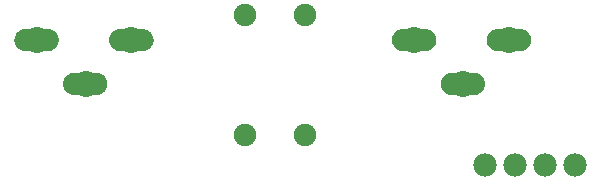
<source format=gbl>
G04 MADE WITH FRITZING*
G04 WWW.FRITZING.ORG*
G04 DOUBLE SIDED*
G04 HOLES PLATED*
G04 CONTOUR ON CENTER OF CONTOUR VECTOR*
%ASAXBY*%
%FSLAX23Y23*%
%MOIN*%
%OFA0B0*%
%SFA1.0B1.0*%
%ADD10C,0.075000*%
%ADD11C,0.078000*%
%ADD12C,0.087244*%
%ADD13R,0.001000X0.001000*%
%LNCOPPER0*%
G90*
G70*
G54D10*
X1010Y574D03*
X1010Y174D03*
X810Y574D03*
X810Y174D03*
G54D11*
X1910Y74D03*
X1810Y74D03*
X1710Y74D03*
X1610Y74D03*
G54D12*
X1689Y490D03*
X430Y490D03*
X1535Y343D03*
X277Y343D03*
X1373Y490D03*
X114Y490D03*
G54D13*
X72Y527D02*
X155Y527D01*
X388Y527D02*
X471Y527D01*
X1330Y527D02*
X1414Y527D01*
X1646Y527D02*
X1730Y527D01*
X67Y526D02*
X160Y526D01*
X383Y526D02*
X476Y526D01*
X1326Y526D02*
X1419Y526D01*
X1641Y526D02*
X1734Y526D01*
X64Y525D02*
X163Y525D01*
X380Y525D02*
X479Y525D01*
X1323Y525D02*
X1422Y525D01*
X1638Y525D02*
X1738Y525D01*
X62Y524D02*
X166Y524D01*
X378Y524D02*
X481Y524D01*
X1320Y524D02*
X1424Y524D01*
X1636Y524D02*
X1740Y524D01*
X60Y523D02*
X168Y523D01*
X375Y523D02*
X483Y523D01*
X1318Y523D02*
X1426Y523D01*
X1634Y523D02*
X1742Y523D01*
X58Y522D02*
X169Y522D01*
X374Y522D02*
X485Y522D01*
X1316Y522D02*
X1428Y522D01*
X1632Y522D02*
X1744Y522D01*
X56Y521D02*
X171Y521D01*
X372Y521D02*
X487Y521D01*
X1315Y521D02*
X1429Y521D01*
X1631Y521D02*
X1745Y521D01*
X55Y520D02*
X172Y520D01*
X371Y520D02*
X488Y520D01*
X1313Y520D02*
X1431Y520D01*
X1629Y520D02*
X1747Y520D01*
X54Y519D02*
X174Y519D01*
X369Y519D02*
X489Y519D01*
X1312Y519D02*
X1432Y519D01*
X1628Y519D02*
X1748Y519D01*
X52Y518D02*
X175Y518D01*
X368Y518D02*
X491Y518D01*
X1311Y518D02*
X1433Y518D01*
X1627Y518D02*
X1749Y518D01*
X51Y517D02*
X176Y517D01*
X367Y517D02*
X492Y517D01*
X1310Y517D02*
X1434Y517D01*
X1626Y517D02*
X1750Y517D01*
X50Y516D02*
X177Y516D01*
X366Y516D02*
X493Y516D01*
X1309Y516D02*
X1435Y516D01*
X1625Y516D02*
X1751Y516D01*
X49Y515D02*
X178Y515D01*
X365Y515D02*
X494Y515D01*
X1308Y515D02*
X1436Y515D01*
X1624Y515D02*
X1752Y515D01*
X49Y514D02*
X179Y514D01*
X364Y514D02*
X494Y514D01*
X1307Y514D02*
X1437Y514D01*
X1623Y514D02*
X1753Y514D01*
X48Y513D02*
X179Y513D01*
X364Y513D02*
X495Y513D01*
X1306Y513D02*
X1438Y513D01*
X1622Y513D02*
X1754Y513D01*
X47Y512D02*
X109Y512D01*
X118Y512D02*
X180Y512D01*
X363Y512D02*
X425Y512D01*
X434Y512D02*
X496Y512D01*
X1306Y512D02*
X1367Y512D01*
X1377Y512D02*
X1439Y512D01*
X1621Y512D02*
X1683Y512D01*
X1693Y512D02*
X1755Y512D01*
X46Y511D02*
X106Y511D01*
X122Y511D02*
X181Y511D01*
X362Y511D02*
X421Y511D01*
X438Y511D02*
X497Y511D01*
X1305Y511D02*
X1364Y511D01*
X1380Y511D02*
X1439Y511D01*
X1621Y511D02*
X1680Y511D01*
X1696Y511D02*
X1755Y511D01*
X46Y510D02*
X103Y510D01*
X124Y510D02*
X181Y510D01*
X362Y510D02*
X419Y510D01*
X440Y510D02*
X497Y510D01*
X1304Y510D02*
X1362Y510D01*
X1382Y510D02*
X1440Y510D01*
X1620Y510D02*
X1678Y510D01*
X1698Y510D02*
X1756Y510D01*
X45Y509D02*
X101Y509D01*
X126Y509D02*
X182Y509D01*
X361Y509D02*
X417Y509D01*
X442Y509D02*
X498Y509D01*
X1304Y509D02*
X1360Y509D01*
X1384Y509D02*
X1441Y509D01*
X1620Y509D02*
X1676Y509D01*
X1700Y509D02*
X1756Y509D01*
X45Y508D02*
X100Y508D01*
X127Y508D02*
X183Y508D01*
X360Y508D02*
X416Y508D01*
X443Y508D02*
X499Y508D01*
X1303Y508D02*
X1359Y508D01*
X1386Y508D02*
X1441Y508D01*
X1619Y508D02*
X1674Y508D01*
X1702Y508D02*
X1757Y508D01*
X44Y507D02*
X99Y507D01*
X128Y507D02*
X183Y507D01*
X360Y507D02*
X415Y507D01*
X444Y507D02*
X499Y507D01*
X1303Y507D02*
X1357Y507D01*
X1387Y507D02*
X1442Y507D01*
X1618Y507D02*
X1673Y507D01*
X1703Y507D02*
X1758Y507D01*
X44Y506D02*
X98Y506D01*
X130Y506D02*
X184Y506D01*
X359Y506D02*
X413Y506D01*
X445Y506D02*
X499Y506D01*
X1302Y506D02*
X1356Y506D01*
X1388Y506D02*
X1442Y506D01*
X1618Y506D02*
X1672Y506D01*
X1704Y506D02*
X1758Y506D01*
X43Y505D02*
X97Y505D01*
X130Y505D02*
X184Y505D01*
X359Y505D02*
X413Y505D01*
X446Y505D02*
X500Y505D01*
X1302Y505D02*
X1355Y505D01*
X1389Y505D02*
X1443Y505D01*
X1617Y505D02*
X1671Y505D01*
X1705Y505D02*
X1758Y505D01*
X43Y504D02*
X96Y504D01*
X131Y504D02*
X184Y504D01*
X359Y504D02*
X412Y504D01*
X447Y504D02*
X500Y504D01*
X1301Y504D02*
X1354Y504D01*
X1390Y504D02*
X1443Y504D01*
X1617Y504D02*
X1670Y504D01*
X1706Y504D02*
X1759Y504D01*
X42Y503D02*
X95Y503D01*
X132Y503D02*
X185Y503D01*
X358Y503D02*
X411Y503D01*
X448Y503D02*
X501Y503D01*
X1301Y503D02*
X1354Y503D01*
X1391Y503D02*
X1443Y503D01*
X1617Y503D02*
X1669Y503D01*
X1707Y503D02*
X1759Y503D01*
X42Y502D02*
X94Y502D01*
X133Y502D02*
X185Y502D01*
X358Y502D02*
X410Y502D01*
X449Y502D02*
X501Y502D01*
X1300Y502D02*
X1353Y502D01*
X1391Y502D02*
X1444Y502D01*
X1616Y502D02*
X1669Y502D01*
X1707Y502D02*
X1760Y502D01*
X42Y501D02*
X94Y501D01*
X133Y501D02*
X186Y501D01*
X358Y501D02*
X410Y501D01*
X449Y501D02*
X501Y501D01*
X1300Y501D02*
X1352Y501D01*
X1392Y501D02*
X1444Y501D01*
X1616Y501D02*
X1668Y501D01*
X1708Y501D02*
X1760Y501D01*
X41Y500D02*
X93Y500D01*
X134Y500D02*
X186Y500D01*
X357Y500D02*
X409Y500D01*
X450Y500D02*
X502Y500D01*
X1300Y500D02*
X1352Y500D01*
X1392Y500D02*
X1444Y500D01*
X1616Y500D02*
X1668Y500D01*
X1708Y500D02*
X1760Y500D01*
X41Y499D02*
X93Y499D01*
X134Y499D02*
X186Y499D01*
X357Y499D02*
X409Y499D01*
X450Y499D02*
X502Y499D01*
X1300Y499D02*
X1351Y499D01*
X1393Y499D02*
X1445Y499D01*
X1616Y499D02*
X1667Y499D01*
X1709Y499D02*
X1760Y499D01*
X41Y498D02*
X93Y498D01*
X135Y498D02*
X186Y498D01*
X357Y498D02*
X408Y498D01*
X451Y498D02*
X502Y498D01*
X1299Y498D02*
X1351Y498D01*
X1393Y498D02*
X1445Y498D01*
X1615Y498D02*
X1667Y498D01*
X1709Y498D02*
X1761Y498D01*
X41Y497D02*
X92Y497D01*
X135Y497D02*
X186Y497D01*
X357Y497D02*
X408Y497D01*
X451Y497D02*
X502Y497D01*
X1299Y497D02*
X1351Y497D01*
X1394Y497D02*
X1445Y497D01*
X1615Y497D02*
X1667Y497D01*
X1709Y497D02*
X1761Y497D01*
X41Y496D02*
X92Y496D01*
X135Y496D02*
X187Y496D01*
X356Y496D02*
X408Y496D01*
X451Y496D02*
X502Y496D01*
X1299Y496D02*
X1350Y496D01*
X1394Y496D02*
X1445Y496D01*
X1615Y496D02*
X1666Y496D01*
X1710Y496D02*
X1761Y496D01*
X40Y495D02*
X92Y495D01*
X136Y495D02*
X187Y495D01*
X356Y495D02*
X407Y495D01*
X451Y495D02*
X503Y495D01*
X1299Y495D02*
X1350Y495D01*
X1394Y495D02*
X1445Y495D01*
X1615Y495D02*
X1666Y495D01*
X1710Y495D02*
X1761Y495D01*
X40Y494D02*
X91Y494D01*
X136Y494D02*
X187Y494D01*
X356Y494D02*
X407Y494D01*
X452Y494D02*
X503Y494D01*
X1299Y494D02*
X1350Y494D01*
X1394Y494D02*
X1445Y494D01*
X1615Y494D02*
X1666Y494D01*
X1710Y494D02*
X1761Y494D01*
X40Y493D02*
X91Y493D01*
X136Y493D02*
X187Y493D01*
X356Y493D02*
X407Y493D01*
X452Y493D02*
X503Y493D01*
X1299Y493D02*
X1350Y493D01*
X1394Y493D02*
X1445Y493D01*
X1615Y493D02*
X1666Y493D01*
X1710Y493D02*
X1761Y493D01*
X40Y492D02*
X91Y492D01*
X136Y492D02*
X187Y492D01*
X356Y492D02*
X407Y492D01*
X452Y492D02*
X503Y492D01*
X1299Y492D02*
X1350Y492D01*
X1395Y492D02*
X1446Y492D01*
X1615Y492D02*
X1666Y492D01*
X1710Y492D02*
X1761Y492D01*
X40Y491D02*
X91Y491D01*
X136Y491D02*
X187Y491D01*
X356Y491D02*
X407Y491D01*
X452Y491D02*
X503Y491D01*
X1299Y491D02*
X1350Y491D01*
X1395Y491D02*
X1446Y491D01*
X1615Y491D02*
X1666Y491D01*
X1710Y491D02*
X1761Y491D01*
X40Y490D02*
X91Y490D01*
X136Y490D02*
X187Y490D01*
X356Y490D02*
X407Y490D01*
X452Y490D02*
X503Y490D01*
X1299Y490D02*
X1350Y490D01*
X1395Y490D02*
X1446Y490D01*
X1615Y490D02*
X1666Y490D01*
X1710Y490D02*
X1761Y490D01*
X40Y489D02*
X91Y489D01*
X136Y489D02*
X187Y489D01*
X356Y489D02*
X407Y489D01*
X452Y489D02*
X503Y489D01*
X1299Y489D02*
X1350Y489D01*
X1395Y489D02*
X1446Y489D01*
X1615Y489D02*
X1666Y489D01*
X1710Y489D02*
X1761Y489D01*
X40Y488D02*
X91Y488D01*
X136Y488D02*
X187Y488D01*
X356Y488D02*
X407Y488D01*
X452Y488D02*
X503Y488D01*
X1299Y488D02*
X1350Y488D01*
X1394Y488D02*
X1445Y488D01*
X1615Y488D02*
X1666Y488D01*
X1710Y488D02*
X1761Y488D01*
X40Y487D02*
X91Y487D01*
X136Y487D02*
X187Y487D01*
X356Y487D02*
X407Y487D01*
X452Y487D02*
X503Y487D01*
X1299Y487D02*
X1350Y487D01*
X1394Y487D02*
X1445Y487D01*
X1615Y487D02*
X1666Y487D01*
X1710Y487D02*
X1761Y487D01*
X40Y486D02*
X92Y486D01*
X136Y486D02*
X187Y486D01*
X356Y486D02*
X407Y486D01*
X451Y486D02*
X503Y486D01*
X1299Y486D02*
X1350Y486D01*
X1394Y486D02*
X1445Y486D01*
X1615Y486D02*
X1666Y486D01*
X1710Y486D02*
X1761Y486D01*
X41Y485D02*
X92Y485D01*
X135Y485D02*
X187Y485D01*
X356Y485D02*
X408Y485D01*
X451Y485D02*
X503Y485D01*
X1299Y485D02*
X1350Y485D01*
X1394Y485D02*
X1445Y485D01*
X1615Y485D02*
X1666Y485D01*
X1710Y485D02*
X1761Y485D01*
X41Y484D02*
X92Y484D01*
X135Y484D02*
X186Y484D01*
X357Y484D02*
X408Y484D01*
X451Y484D02*
X502Y484D01*
X1299Y484D02*
X1351Y484D01*
X1394Y484D02*
X1445Y484D01*
X1615Y484D02*
X1667Y484D01*
X1709Y484D02*
X1761Y484D01*
X41Y483D02*
X92Y483D01*
X135Y483D02*
X186Y483D01*
X357Y483D02*
X408Y483D01*
X451Y483D02*
X502Y483D01*
X1299Y483D02*
X1351Y483D01*
X1393Y483D02*
X1445Y483D01*
X1615Y483D02*
X1667Y483D01*
X1709Y483D02*
X1761Y483D01*
X41Y482D02*
X93Y482D01*
X134Y482D02*
X186Y482D01*
X357Y482D02*
X409Y482D01*
X450Y482D02*
X502Y482D01*
X1300Y482D02*
X1351Y482D01*
X1393Y482D02*
X1445Y482D01*
X1616Y482D02*
X1667Y482D01*
X1709Y482D02*
X1760Y482D01*
X41Y481D02*
X93Y481D01*
X134Y481D02*
X186Y481D01*
X357Y481D02*
X409Y481D01*
X450Y481D02*
X502Y481D01*
X1300Y481D02*
X1352Y481D01*
X1392Y481D02*
X1444Y481D01*
X1616Y481D02*
X1668Y481D01*
X1708Y481D02*
X1760Y481D01*
X42Y480D02*
X94Y480D01*
X133Y480D02*
X186Y480D01*
X357Y480D02*
X410Y480D01*
X449Y480D02*
X501Y480D01*
X1300Y480D02*
X1352Y480D01*
X1392Y480D02*
X1444Y480D01*
X1616Y480D02*
X1668Y480D01*
X1708Y480D02*
X1760Y480D01*
X42Y479D02*
X94Y479D01*
X133Y479D02*
X185Y479D01*
X358Y479D02*
X410Y479D01*
X449Y479D02*
X501Y479D01*
X1300Y479D02*
X1353Y479D01*
X1391Y479D02*
X1444Y479D01*
X1616Y479D02*
X1669Y479D01*
X1707Y479D02*
X1760Y479D01*
X42Y478D02*
X95Y478D01*
X132Y478D02*
X185Y478D01*
X358Y478D02*
X411Y478D01*
X448Y478D02*
X501Y478D01*
X1301Y478D02*
X1354Y478D01*
X1391Y478D02*
X1443Y478D01*
X1617Y478D02*
X1669Y478D01*
X1707Y478D02*
X1759Y478D01*
X43Y477D02*
X96Y477D01*
X131Y477D02*
X185Y477D01*
X359Y477D02*
X412Y477D01*
X447Y477D02*
X500Y477D01*
X1301Y477D02*
X1354Y477D01*
X1390Y477D02*
X1443Y477D01*
X1617Y477D02*
X1670Y477D01*
X1706Y477D02*
X1759Y477D01*
X43Y476D02*
X97Y476D01*
X131Y476D02*
X184Y476D01*
X359Y476D02*
X413Y476D01*
X446Y476D02*
X500Y476D01*
X1302Y476D02*
X1355Y476D01*
X1389Y476D02*
X1443Y476D01*
X1617Y476D02*
X1671Y476D01*
X1705Y476D02*
X1759Y476D01*
X44Y475D02*
X97Y475D01*
X130Y475D02*
X184Y475D01*
X359Y475D02*
X413Y475D01*
X446Y475D02*
X500Y475D01*
X1302Y475D02*
X1356Y475D01*
X1388Y475D02*
X1442Y475D01*
X1618Y475D02*
X1672Y475D01*
X1704Y475D02*
X1758Y475D01*
X44Y474D02*
X99Y474D01*
X129Y474D02*
X183Y474D01*
X360Y474D02*
X415Y474D01*
X444Y474D02*
X499Y474D01*
X1303Y474D02*
X1357Y474D01*
X1387Y474D02*
X1442Y474D01*
X1618Y474D02*
X1673Y474D01*
X1703Y474D02*
X1758Y474D01*
X44Y473D02*
X100Y473D01*
X127Y473D02*
X183Y473D01*
X360Y473D02*
X416Y473D01*
X443Y473D02*
X499Y473D01*
X1303Y473D02*
X1358Y473D01*
X1386Y473D02*
X1441Y473D01*
X1619Y473D02*
X1674Y473D01*
X1702Y473D02*
X1757Y473D01*
X45Y472D02*
X101Y472D01*
X126Y472D02*
X182Y472D01*
X361Y472D02*
X417Y472D01*
X442Y472D02*
X498Y472D01*
X1304Y472D02*
X1360Y472D01*
X1385Y472D02*
X1441Y472D01*
X1619Y472D02*
X1676Y472D01*
X1700Y472D02*
X1757Y472D01*
X46Y471D02*
X103Y471D01*
X124Y471D02*
X182Y471D01*
X362Y471D02*
X419Y471D01*
X440Y471D02*
X497Y471D01*
X1304Y471D02*
X1362Y471D01*
X1383Y471D02*
X1440Y471D01*
X1620Y471D02*
X1677Y471D01*
X1699Y471D02*
X1756Y471D01*
X46Y470D02*
X105Y470D01*
X122Y470D02*
X181Y470D01*
X362Y470D02*
X421Y470D01*
X438Y470D02*
X497Y470D01*
X1305Y470D02*
X1364Y470D01*
X1381Y470D02*
X1439Y470D01*
X1621Y470D02*
X1680Y470D01*
X1696Y470D02*
X1755Y470D01*
X47Y469D02*
X108Y469D01*
X119Y469D02*
X180Y469D01*
X363Y469D02*
X424Y469D01*
X435Y469D02*
X496Y469D01*
X1306Y469D02*
X1367Y469D01*
X1377Y469D02*
X1439Y469D01*
X1621Y469D02*
X1683Y469D01*
X1693Y469D02*
X1755Y469D01*
X48Y468D02*
X179Y468D01*
X364Y468D02*
X495Y468D01*
X1306Y468D02*
X1438Y468D01*
X1622Y468D02*
X1754Y468D01*
X49Y467D02*
X179Y467D01*
X364Y467D02*
X495Y467D01*
X1307Y467D02*
X1437Y467D01*
X1623Y467D02*
X1753Y467D01*
X49Y466D02*
X178Y466D01*
X365Y466D02*
X494Y466D01*
X1308Y466D02*
X1436Y466D01*
X1624Y466D02*
X1752Y466D01*
X50Y465D02*
X177Y465D01*
X366Y465D02*
X493Y465D01*
X1309Y465D02*
X1435Y465D01*
X1625Y465D02*
X1751Y465D01*
X51Y464D02*
X176Y464D01*
X367Y464D02*
X492Y464D01*
X1310Y464D02*
X1434Y464D01*
X1626Y464D02*
X1750Y464D01*
X52Y463D02*
X175Y463D01*
X368Y463D02*
X491Y463D01*
X1311Y463D02*
X1433Y463D01*
X1627Y463D02*
X1749Y463D01*
X53Y462D02*
X174Y462D01*
X369Y462D02*
X490Y462D01*
X1312Y462D02*
X1432Y462D01*
X1628Y462D02*
X1748Y462D01*
X55Y461D02*
X172Y461D01*
X371Y461D02*
X488Y461D01*
X1313Y461D02*
X1431Y461D01*
X1629Y461D02*
X1747Y461D01*
X56Y460D02*
X171Y460D01*
X372Y460D02*
X487Y460D01*
X1315Y460D02*
X1430Y460D01*
X1631Y460D02*
X1745Y460D01*
X58Y459D02*
X169Y459D01*
X374Y459D02*
X485Y459D01*
X1316Y459D02*
X1428Y459D01*
X1632Y459D02*
X1744Y459D01*
X59Y458D02*
X168Y458D01*
X375Y458D02*
X484Y458D01*
X1318Y458D02*
X1426Y458D01*
X1634Y458D02*
X1742Y458D01*
X61Y457D02*
X166Y457D01*
X377Y457D02*
X482Y457D01*
X1320Y457D02*
X1424Y457D01*
X1636Y457D02*
X1740Y457D01*
X64Y456D02*
X163Y456D01*
X380Y456D02*
X479Y456D01*
X1322Y456D02*
X1422Y456D01*
X1638Y456D02*
X1738Y456D01*
X67Y455D02*
X160Y455D01*
X383Y455D02*
X476Y455D01*
X1325Y455D02*
X1419Y455D01*
X1641Y455D02*
X1735Y455D01*
X71Y454D02*
X156Y454D01*
X387Y454D02*
X472Y454D01*
X1330Y454D02*
X1415Y454D01*
X1646Y454D02*
X1730Y454D01*
X238Y381D02*
X314Y381D01*
X1497Y381D02*
X1572Y381D01*
X231Y380D02*
X321Y380D01*
X1489Y380D02*
X1580Y380D01*
X227Y379D02*
X325Y379D01*
X1486Y379D02*
X1583Y379D01*
X225Y378D02*
X327Y378D01*
X1483Y378D02*
X1586Y378D01*
X223Y377D02*
X329Y377D01*
X1481Y377D02*
X1588Y377D01*
X221Y376D02*
X331Y376D01*
X1479Y376D02*
X1590Y376D01*
X219Y375D02*
X333Y375D01*
X1478Y375D02*
X1591Y375D01*
X218Y374D02*
X334Y374D01*
X1476Y374D02*
X1593Y374D01*
X216Y373D02*
X336Y373D01*
X1475Y373D02*
X1594Y373D01*
X215Y372D02*
X337Y372D01*
X1474Y372D02*
X1595Y372D01*
X214Y371D02*
X338Y371D01*
X1473Y371D02*
X1596Y371D01*
X213Y370D02*
X339Y370D01*
X1472Y370D02*
X1597Y370D01*
X212Y369D02*
X340Y369D01*
X1471Y369D02*
X1598Y369D01*
X211Y368D02*
X341Y368D01*
X1470Y368D02*
X1599Y368D01*
X210Y367D02*
X341Y367D01*
X1469Y367D02*
X1600Y367D01*
X210Y366D02*
X274Y366D01*
X278Y366D02*
X342Y366D01*
X1468Y366D02*
X1532Y366D01*
X1537Y366D02*
X1601Y366D01*
X209Y365D02*
X269Y365D01*
X283Y365D02*
X343Y365D01*
X1468Y365D02*
X1528Y365D01*
X1541Y365D02*
X1602Y365D01*
X208Y364D02*
X266Y364D01*
X286Y364D02*
X344Y364D01*
X1467Y364D02*
X1525Y364D01*
X1544Y364D02*
X1602Y364D01*
X208Y363D02*
X264Y363D01*
X288Y363D02*
X344Y363D01*
X1466Y363D02*
X1523Y363D01*
X1546Y363D02*
X1603Y363D01*
X207Y362D02*
X263Y362D01*
X289Y362D02*
X345Y362D01*
X1466Y362D02*
X1521Y362D01*
X1548Y362D02*
X1603Y362D01*
X207Y361D02*
X262Y361D01*
X290Y361D02*
X345Y361D01*
X1465Y361D02*
X1520Y361D01*
X1549Y361D02*
X1604Y361D01*
X206Y360D02*
X260Y360D01*
X292Y360D02*
X346Y360D01*
X1465Y360D02*
X1519Y360D01*
X1550Y360D02*
X1604Y360D01*
X206Y359D02*
X259Y359D01*
X293Y359D02*
X346Y359D01*
X1464Y359D02*
X1518Y359D01*
X1551Y359D02*
X1605Y359D01*
X205Y358D02*
X259Y358D01*
X293Y358D02*
X347Y358D01*
X1464Y358D02*
X1517Y358D01*
X1552Y358D02*
X1605Y358D01*
X205Y357D02*
X258Y357D01*
X294Y357D02*
X347Y357D01*
X1463Y357D02*
X1516Y357D01*
X1553Y357D02*
X1606Y357D01*
X204Y356D02*
X257Y356D01*
X295Y356D02*
X347Y356D01*
X1463Y356D02*
X1516Y356D01*
X1553Y356D02*
X1606Y356D01*
X204Y355D02*
X256Y355D01*
X295Y355D02*
X348Y355D01*
X1463Y355D02*
X1515Y355D01*
X1554Y355D02*
X1606Y355D01*
X204Y354D02*
X256Y354D01*
X296Y354D02*
X348Y354D01*
X1462Y354D02*
X1514Y354D01*
X1555Y354D02*
X1607Y354D01*
X204Y353D02*
X255Y353D01*
X297Y353D02*
X348Y353D01*
X1462Y353D02*
X1514Y353D01*
X1555Y353D02*
X1607Y353D01*
X203Y352D02*
X255Y352D01*
X297Y352D02*
X349Y352D01*
X1462Y352D02*
X1514Y352D01*
X1555Y352D02*
X1607Y352D01*
X203Y351D02*
X255Y351D01*
X297Y351D02*
X349Y351D01*
X1462Y351D02*
X1513Y351D01*
X1556Y351D02*
X1607Y351D01*
X203Y350D02*
X254Y350D01*
X298Y350D02*
X349Y350D01*
X1462Y350D02*
X1513Y350D01*
X1556Y350D02*
X1607Y350D01*
X203Y349D02*
X254Y349D01*
X298Y349D02*
X349Y349D01*
X1461Y349D02*
X1513Y349D01*
X1556Y349D02*
X1608Y349D01*
X203Y348D02*
X254Y348D01*
X298Y348D02*
X349Y348D01*
X1461Y348D02*
X1512Y348D01*
X1557Y348D02*
X1608Y348D01*
X203Y347D02*
X254Y347D01*
X298Y347D02*
X349Y347D01*
X1461Y347D02*
X1512Y347D01*
X1557Y347D02*
X1608Y347D01*
X203Y346D02*
X254Y346D01*
X298Y346D02*
X349Y346D01*
X1461Y346D02*
X1512Y346D01*
X1557Y346D02*
X1608Y346D01*
X203Y345D02*
X254Y345D01*
X298Y345D02*
X349Y345D01*
X1461Y345D02*
X1512Y345D01*
X1557Y345D02*
X1608Y345D01*
X202Y344D02*
X253Y344D01*
X298Y344D02*
X349Y344D01*
X1461Y344D02*
X1512Y344D01*
X1557Y344D02*
X1608Y344D01*
X203Y343D02*
X254Y343D01*
X298Y343D02*
X349Y343D01*
X1461Y343D02*
X1512Y343D01*
X1557Y343D02*
X1608Y343D01*
X203Y342D02*
X254Y342D01*
X298Y342D02*
X349Y342D01*
X1461Y342D02*
X1512Y342D01*
X1557Y342D02*
X1608Y342D01*
X203Y341D02*
X254Y341D01*
X298Y341D02*
X349Y341D01*
X1461Y341D02*
X1512Y341D01*
X1557Y341D02*
X1608Y341D01*
X203Y340D02*
X254Y340D01*
X298Y340D02*
X349Y340D01*
X1461Y340D02*
X1512Y340D01*
X1557Y340D02*
X1608Y340D01*
X203Y339D02*
X254Y339D01*
X298Y339D02*
X349Y339D01*
X1461Y339D02*
X1513Y339D01*
X1556Y339D02*
X1608Y339D01*
X203Y338D02*
X254Y338D01*
X298Y338D02*
X349Y338D01*
X1462Y338D02*
X1513Y338D01*
X1556Y338D02*
X1607Y338D01*
X203Y337D02*
X255Y337D01*
X297Y337D02*
X349Y337D01*
X1462Y337D02*
X1513Y337D01*
X1556Y337D02*
X1607Y337D01*
X203Y336D02*
X255Y336D01*
X297Y336D02*
X349Y336D01*
X1462Y336D02*
X1514Y336D01*
X1555Y336D02*
X1607Y336D01*
X204Y335D02*
X255Y335D01*
X296Y335D02*
X348Y335D01*
X1462Y335D02*
X1514Y335D01*
X1555Y335D02*
X1607Y335D01*
X204Y334D02*
X256Y334D01*
X296Y334D02*
X348Y334D01*
X1462Y334D02*
X1515Y334D01*
X1554Y334D02*
X1607Y334D01*
X204Y333D02*
X257Y333D01*
X295Y333D02*
X348Y333D01*
X1463Y333D02*
X1515Y333D01*
X1554Y333D02*
X1606Y333D01*
X205Y332D02*
X257Y332D01*
X295Y332D02*
X347Y332D01*
X1463Y332D02*
X1516Y332D01*
X1553Y332D02*
X1606Y332D01*
X205Y331D02*
X258Y331D01*
X294Y331D02*
X347Y331D01*
X1463Y331D02*
X1516Y331D01*
X1553Y331D02*
X1606Y331D01*
X205Y330D02*
X259Y330D01*
X293Y330D02*
X347Y330D01*
X1464Y330D02*
X1517Y330D01*
X1552Y330D02*
X1605Y330D01*
X206Y329D02*
X260Y329D01*
X292Y329D02*
X346Y329D01*
X1464Y329D02*
X1518Y329D01*
X1551Y329D02*
X1605Y329D01*
X206Y328D02*
X261Y328D01*
X291Y328D02*
X346Y328D01*
X1465Y328D02*
X1519Y328D01*
X1550Y328D02*
X1604Y328D01*
X207Y327D02*
X262Y327D01*
X290Y327D02*
X345Y327D01*
X1465Y327D02*
X1520Y327D01*
X1549Y327D02*
X1604Y327D01*
X207Y326D02*
X263Y326D01*
X289Y326D02*
X345Y326D01*
X1466Y326D02*
X1522Y326D01*
X1547Y326D02*
X1603Y326D01*
X208Y325D02*
X265Y325D01*
X287Y325D02*
X344Y325D01*
X1466Y325D02*
X1523Y325D01*
X1546Y325D02*
X1603Y325D01*
X208Y324D02*
X267Y324D01*
X285Y324D02*
X343Y324D01*
X1467Y324D02*
X1525Y324D01*
X1544Y324D02*
X1602Y324D01*
X209Y323D02*
X270Y323D01*
X282Y323D02*
X343Y323D01*
X1468Y323D02*
X1528Y323D01*
X1541Y323D02*
X1601Y323D01*
X210Y322D02*
X342Y322D01*
X1468Y322D02*
X1601Y322D01*
X211Y321D02*
X341Y321D01*
X1469Y321D02*
X1600Y321D01*
X211Y320D02*
X340Y320D01*
X1470Y320D02*
X1599Y320D01*
X212Y319D02*
X340Y319D01*
X1471Y319D02*
X1598Y319D01*
X213Y318D02*
X339Y318D01*
X1472Y318D02*
X1597Y318D01*
X214Y317D02*
X338Y317D01*
X1473Y317D02*
X1596Y317D01*
X215Y316D02*
X336Y316D01*
X1474Y316D02*
X1595Y316D01*
X217Y315D02*
X335Y315D01*
X1475Y315D02*
X1594Y315D01*
X218Y314D02*
X334Y314D01*
X1477Y314D02*
X1592Y314D01*
X220Y313D02*
X332Y313D01*
X1478Y313D02*
X1591Y313D01*
X221Y312D02*
X331Y312D01*
X1480Y312D02*
X1589Y312D01*
X223Y311D02*
X329Y311D01*
X1482Y311D02*
X1587Y311D01*
X225Y310D02*
X327Y310D01*
X1484Y310D02*
X1585Y310D01*
X228Y309D02*
X324Y309D01*
X1487Y309D02*
X1583Y309D01*
X232Y308D02*
X320Y308D01*
X1490Y308D02*
X1579Y308D01*
D02*
G04 End of Copper0*
M02*
</source>
